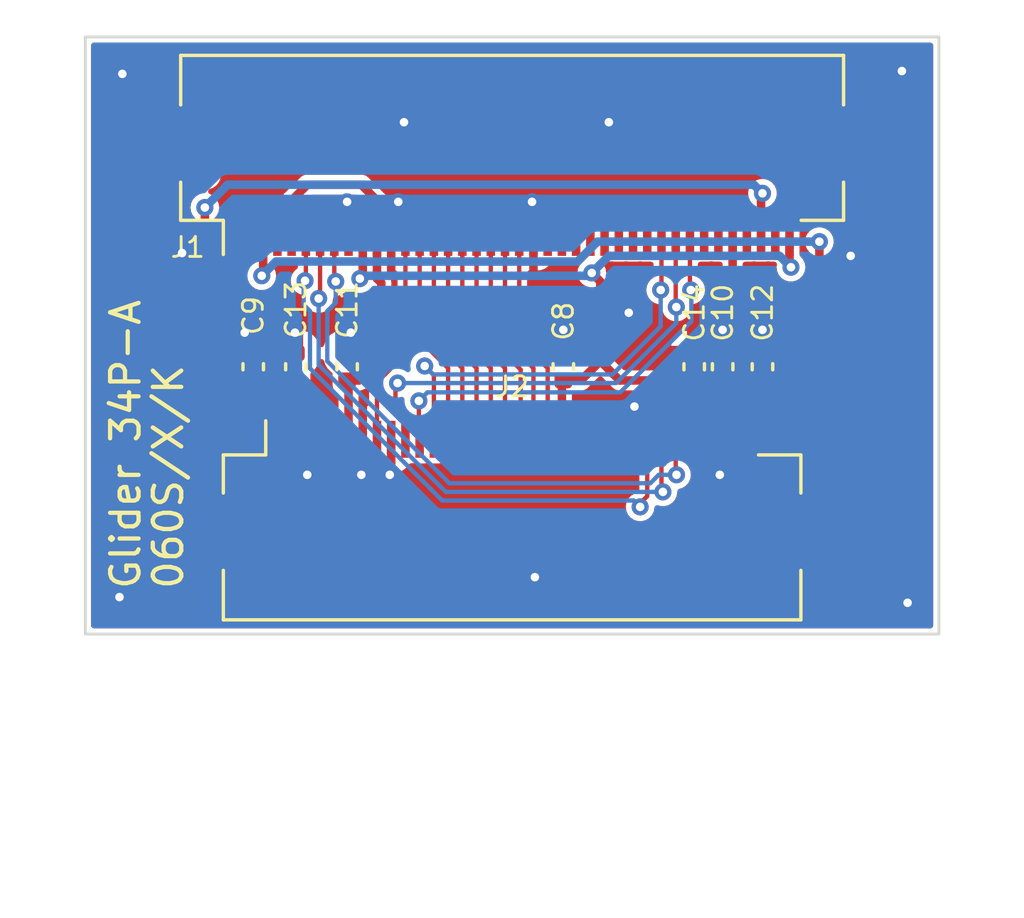
<source format=kicad_pcb>
(kicad_pcb (version 20240108) (generator "pcbnew") (generator_version "8.0")
  (layers (0 "F.Cu" signal) (31 "B.Cu" signal) (34 "B.Paste" user) (35 "F.Paste" user) (36 "B.SilkS" user "B.Silkscreen") (37 "F.SilkS" user "F.Silkscreen") (38 "B.Mask" user) (39 "F.Mask" user) (44 "Edge.Cuts" user))
  (net 0 "")
  (net 1 "VGL")
  (net 2 "GND")
  (net 3 "VGH")
  (net 4 "VCOM")
  (net 5 "VPOS")
  (net 6 "VNEG")
  (net 7 "+3V3")
  (net 21 "/GDOE")
  (net 22 "/GDCLK")
  (net 23 "/GDSP")
  (net 24 "/ESDCLK")
  (net 25 "/ED0")
  (net 26 "/ED8")
  (net 27 "/ED1")
  (net 28 "/ED9")
  (net 29 "/ED2")
  (net 30 "/ED10")
  (net 31 "/ED3")
  (net 32 "/ED11")
  (net 33 "/ED4")
  (net 34 "/ED12")
  (net 35 "/ED5")
  (net 36 "/ED13")
  (net 37 "/ED6")
  (net 38 "/ED14")
  (net 39 "/ED7")
  (net 40 "/ED15")
  (net 41 "/SDCE0")
  (net 42 "/ESDLE")
  (net 43 "/ESDOE")
  (footprint "Capacitor_SMD:C_0402_1005Metric" (layer "F.Cu") (at 167.8 84.6 90)
    (property "Reference" "C8" (at 1.6 0 90) (layer "F.SilkS") (effects (font (size 0.7 0.7) (thickness 0.1))))
    (property "Value" "220nF")
    (fp_line (start -0.107836 -0.36) (end 0.107836 -0.36) (stroke (width 0.12)) (layer "F.SilkS"))
    (fp_line (start -0.107836 0.36) (end 0.107836 0.36) (stroke (width 0.12)) (layer "F.SilkS"))
    (pad "1" smd roundrect (at -0.48 0 90) (size 0.56 0.62) (layers "F.Cu" "F.Paste" "F.Mask") (net 4 "VCOM"))
    (pad "2" smd roundrect (at 0.48 0 90) (size 0.56 0.62) (layers "F.Cu" "F.Paste" "F.Mask") (net 2 "GND"))
  )
  (footprint "Capacitor_SMD:C_0402_1005Metric" (layer "F.Cu") (at 172.4 84.6 90)
    (property "Reference" "C14" (at 1.9 0 90) (layer "F.SilkS") (effects (font (size 0.7 0.7) (thickness 0.1))))
    (property "Value" "220nF")
    (fp_line (start -0.107836 -0.36) (end 0.107836 -0.36) (stroke (width 0.12)) (layer "F.SilkS"))
    (fp_line (start -0.107836 0.36) (end 0.107836 0.36) (stroke (width 0.12)) (layer "F.SilkS"))
    (pad "1" smd roundrect (at -0.48 0 90) (size 0.56 0.62) (layers "F.Cu" "F.Paste" "F.Mask") (net 4 "VCOM"))
    (pad "2" smd roundrect (at 0.48 0 90) (size 0.56 0.62) (layers "F.Cu" "F.Paste" "F.Mask") (net 2 "GND"))
  )
  (footprint "Capacitor_SMD:C_0402_1005Metric" (layer "F.Cu") (at 156.9 84.6 90)
    (property "Reference" "C9" (at 1.8 0 90) (layer "F.SilkS") (effects (font (size 0.7 0.7) (thickness 0.1))))
    (property "Value" "220nF")
    (fp_line (start -0.107836 -0.36) (end 0.107836 -0.36) (stroke (width 0.12)) (layer "F.SilkS"))
    (fp_line (start -0.107836 0.36) (end 0.107836 0.36) (stroke (width 0.12)) (layer "F.SilkS"))
    (pad "1" smd roundrect (at -0.48 0 90) (size 0.56 0.62) (layers "F.Cu" "F.Paste" "F.Mask") (net 6 "VNEG"))
    (pad "2" smd roundrect (at 0.48 0 90) (size 0.56 0.62) (layers "F.Cu" "F.Paste" "F.Mask") (net 2 "GND"))
  )
  (footprint "Connector_FFC-FPC:Hirose_FH12-34S-0.5SH_1x34-1MP_P0.50mm_Horizontal" (layer "F.Cu") (at 166 89)
    (property "Reference" "J2" (at 0 -3.7 0) (layer "F.SilkS") (effects (font (size 0.7 0.7) (thickness 0.1))))
    (property "Value" "FH34S-34S-0.5SH(50)")
    (fp_line (start -10.15 -1.3) (end -10.15 0.04) (stroke (width 0.12)) (layer "F.SilkS"))
    (fp_line (start -10.15 2.76) (end -10.15 4.5) (stroke (width 0.12)) (layer "F.SilkS"))
    (fp_line (start -10.15 4.5) (end 10.15 4.5) (stroke (width 0.12)) (layer "F.SilkS"))
    (fp_line (start -8.66 -1.3) (end -10.15 -1.3) (stroke (width 0.12)) (layer "F.SilkS"))
    (fp_line (start -8.66 -1.3) (end -8.66 -2.5) (stroke (width 0.12)) (layer "F.SilkS"))
    (fp_line (start 8.66 -1.3) (end 10.15 -1.3) (stroke (width 0.12)) (layer "F.SilkS"))
    (fp_line (start 10.15 -1.3) (end 10.15 0.04) (stroke (width 0.12)) (layer "F.SilkS"))
    (fp_line (start 10.15 4.5) (end 10.15 2.76) (stroke (width 0.12)) (layer "F.SilkS"))
    (pad "1" smd rect (at -8.25 -1.85) (size 0.3 1.3) (layers "F.Cu" "F.Paste" "F.Mask") (net 6 "VNEG"))
    (pad "2" smd rect (at -7.75 -1.85) (size 0.3 1.3) (layers "F.Cu" "F.Paste" "F.Mask") (net 1 "VGL"))
    (pad "3" smd rect (at -7.25 -1.85) (size 0.3 1.3) (layers "F.Cu" "F.Paste" "F.Mask") (net 2 "GND"))
    (pad "4" smd rect (at -6.75 -1.85) (size 0.3 1.3) (layers "F.Cu" "F.Paste" "F.Mask"))
    (pad "5" smd rect (at -6.25 -1.85) (size 0.3 1.3) (layers "F.Cu" "F.Paste" "F.Mask"))
    (pad "6" smd rect (at -5.75 -1.85) (size 0.3 1.3) (layers "F.Cu" "F.Paste" "F.Mask") (net 7 "+3V3"))
    (pad "7" smd rect (at -5.25 -1.85) (size 0.3 1.3) (layers "F.Cu" "F.Paste" "F.Mask") (net 2 "GND"))
    (pad "8" smd rect (at -4.75 -1.85) (size 0.3 1.3) (layers "F.Cu" "F.Paste" "F.Mask") (net 24 "/ESDCLK"))
    (pad "9" smd rect (at -4.25 -1.85) (size 0.3 1.3) (layers "F.Cu" "F.Paste" "F.Mask") (net 2 "GND"))
    (pad "10" smd rect (at -3.75 -1.85) (size 0.3 1.3) (layers "F.Cu" "F.Paste" "F.Mask") (net 42 "/ESDLE"))
    (pad "11" smd rect (at -3.25 -1.85) (size 0.3 1.3) (layers "F.Cu" "F.Paste" "F.Mask") (net 43 "/ESDOE"))
    (pad "12" smd rect (at -2.75 -1.85) (size 0.3 1.3) (layers "F.Cu" "F.Paste" "F.Mask") (net 41 "/SDCE0"))
    (pad "13" smd rect (at -2.25 -1.85) (size 0.3 1.3) (layers "F.Cu" "F.Paste" "F.Mask") (net 25 "/ED0"))
    (pad "14" smd rect (at -1.75 -1.85) (size 0.3 1.3) (layers "F.Cu" "F.Paste" "F.Mask") (net 27 "/ED1"))
    (pad "15" smd rect (at -1.25 -1.85) (size 0.3 1.3) (layers "F.Cu" "F.Paste" "F.Mask") (net 29 "/ED2"))
    (pad "16" smd rect (at -0.75 -1.85) (size 0.3 1.3) (layers "F.Cu" "F.Paste" "F.Mask") (net 31 "/ED3"))
    (pad "17" smd rect (at -0.25 -1.85) (size 0.3 1.3) (layers "F.Cu" "F.Paste" "F.Mask") (net 33 "/ED4"))
    (pad "18" smd rect (at 0.25 -1.85) (size 0.3 1.3) (layers "F.Cu" "F.Paste" "F.Mask") (net 35 "/ED5"))
    (pad "19" smd rect (at 0.75 -1.85) (size 0.3 1.3) (layers "F.Cu" "F.Paste" "F.Mask") (net 37 "/ED6"))
    (pad "20" smd rect (at 1.25 -1.85) (size 0.3 1.3) (layers "F.Cu" "F.Paste" "F.Mask") (net 39 "/ED7"))
    (pad "21" smd rect (at 1.75 -1.85) (size 0.3 1.3) (layers "F.Cu" "F.Paste" "F.Mask") (net 4 "VCOM"))
    (pad "22" smd rect (at 2.25 -1.85) (size 0.3 1.3) (layers "F.Cu" "F.Paste" "F.Mask"))
    (pad "23" smd rect (at 2.75 -1.85) (size 0.3 1.3) (layers "F.Cu" "F.Paste" "F.Mask"))
    (pad "24" smd rect (at 3.25 -1.85) (size 0.3 1.3) (layers "F.Cu" "F.Paste" "F.Mask"))
    (pad "25" smd rect (at 3.75 -1.85) (size 0.3 1.3) (layers "F.Cu" "F.Paste" "F.Mask"))
    (pad "26" smd rect (at 4.25 -1.85) (size 0.3 1.3) (layers "F.Cu" "F.Paste" "F.Mask") (net 2 "GND"))
    (pad "27" smd rect (at 4.75 -1.85) (size 0.3 1.3) (layers "F.Cu" "F.Paste" "F.Mask") (net 21 "/GDOE"))
    (pad "28" smd rect (at 5.25 -1.85) (size 0.3 1.3) (layers "F.Cu" "F.Paste" "F.Mask") (net 22 "/GDCLK"))
    (pad "29" smd rect (at 5.75 -1.85) (size 0.3 1.3) (layers "F.Cu" "F.Paste" "F.Mask") (net 23 "/GDSP"))
    (pad "30" smd rect (at 6.25 -1.85) (size 0.3 1.3) (layers "F.Cu" "F.Paste" "F.Mask"))
    (pad "31" smd rect (at 6.75 -1.85) (size 0.3 1.3) (layers "F.Cu" "F.Paste" "F.Mask") (net 4 "VCOM"))
    (pad "32" smd rect (at 7.25 -1.85) (size 0.3 1.3) (layers "F.Cu" "F.Paste" "F.Mask") (net 2 "GND"))
    (pad "33" smd rect (at 7.75 -1.85) (size 0.3 1.3) (layers "F.Cu" "F.Paste" "F.Mask") (net 5 "VPOS"))
    (pad "34" smd rect (at 8.25 -1.85) (size 0.3 1.3) (layers "F.Cu" "F.Paste" "F.Mask") (net 3 "VGH"))
    (pad "MP" smd rect (at -10.15 1.4) (size 1.8 2.2) (layers "F.Cu" "F.Paste" "F.Mask") (net 2 "GND"))
    (pad "MP" smd rect (at 10.15 1.4) (size 1.8 2.2) (layers "F.Cu" "F.Paste" "F.Mask") (net 2 "GND"))
  )
  (footprint "footprints:Hirose_FH12-40S-0.5SH_1x40-1MP_P0.50mm_Horizontal_Reversed" (layer "F.Cu") (at 166 78.15 180)
    (property "Reference" "J1" (at 11.4 -2.25 0) (layer "F.SilkS") (effects (font (size 0.7 0.7) (thickness 0.1))))
    (property "Value" "FH12-40S-0.5SH")
    (fp_line (start 11.65 4.5) (end 11.65 2.76) (stroke (width 0.12)) (layer "F.SilkS"))
    (fp_line (start 11.65 -1.3) (end 11.65 0.04) (stroke (width 0.12)) (layer "F.SilkS"))
    (fp_line (start 10.16 -1.3) (end 11.65 -1.3) (stroke (width 0.12)) (layer "F.SilkS"))
    (fp_line (start 10.15 -1.3) (end 10.15 -2.5) (stroke (width 0.12)) (layer "F.SilkS"))
    (fp_line (start -10.16 -1.3) (end -11.65 -1.3) (stroke (width 0.12)) (layer "F.SilkS"))
    (fp_line (start -11.65 4.5) (end 11.65 4.5) (stroke (width 0.12)) (layer "F.SilkS"))
    (fp_line (start -11.65 2.76) (end -11.65 4.5) (stroke (width 0.12)) (layer "F.SilkS"))
    (fp_line (start -11.65 -1.3) (end -11.65 0.04) (stroke (width 0.12)) (layer "F.SilkS"))
    (pad "1" smd rect (at 9.75 -1.9) (size 0.3 1.3) (layers "F.Cu" "F.Paste" "F.Mask") (net 1 "VGL"))
    (pad "2" smd rect (at 9.25 -1.9) (size 0.3 1.3) (layers "F.Cu" "F.Paste" "F.Mask"))
    (pad "3" smd rect (at 8.75 -1.9) (size 0.3 1.3) (layers "F.Cu" "F.Paste" "F.Mask") (net 3 "VGH"))
    (pad "4" smd rect (at 8.25 -1.9) (size 0.3 1.3) (layers "F.Cu" "F.Paste" "F.Mask"))
    (pad "5" smd rect (at 7.75 -1.9) (size 0.3 1.3) (layers "F.Cu" "F.Paste" "F.Mask") (net 7 "+3V3"))
    (pad "6" smd rect (at 7.25 -1.9) (size 0.3 1.3) (layers "F.Cu" "F.Paste" "F.Mask") (net 21 "/GDOE"))
    (pad "7" smd rect (at 6.75 -1.9) (size 0.3 1.3) (layers "F.Cu" "F.Paste" "F.Mask") (net 22 "/GDCLK"))
    (pad "8" smd rect (at 6.25 -1.9) (size 0.3 1.3) (layers "F.Cu" "F.Paste" "F.Mask") (net 23 "/GDSP"))
    (pad "9" smd rect (at 5.75 -1.9) (size 0.3 1.3) (layers "F.Cu" "F.Paste" "F.Mask") (net 2 "GND"))
    (pad "10" smd rect (at 5.25 -1.9) (size 0.3 1.3) (layers "F.Cu" "F.Paste" "F.Mask") (net 4 "VCOM"))
    (pad "11" smd rect (at 4.75 -1.9) (size 0.3 1.3) (layers "F.Cu" "F.Paste" "F.Mask") (net 7 "+3V3"))
    (pad "12" smd rect (at 4.25 -1.9) (size 0.3 1.3) (layers "F.Cu" "F.Paste" "F.Mask") (net 2 "GND"))
    (pad "13" smd rect (at 3.75 -1.9) (size 0.3 1.3) (layers "F.Cu" "F.Paste" "F.Mask") (net 24 "/ESDCLK"))
    (pad "14" smd rect (at 3.25 -1.9) (size 0.3 1.3) (layers "F.Cu" "F.Paste" "F.Mask") (net 25 "/ED0"))
    (pad "15" smd rect (at 2.75 -1.9) (size 0.3 1.3) (layers "F.Cu" "F.Paste" "F.Mask") (net 27 "/ED1"))
    (pad "16" smd rect (at 2.25 -1.9) (size 0.3 1.3) (layers "F.Cu" "F.Paste" "F.Mask") (net 29 "/ED2"))
    (pad "17" smd rect (at 1.75 -1.9) (size 0.3 1.3) (layers "F.Cu" "F.Paste" "F.Mask") (net 31 "/ED3"))
    (pad "18" smd rect (at 1.25 -1.9) (size 0.3 1.3) (layers "F.Cu" "F.Paste" "F.Mask") (net 33 "/ED4"))
    (pad "19" smd rect (at 0.75 -1.9) (size 0.3 1.3) (layers "F.Cu" "F.Paste" "F.Mask") (net 35 "/ED5"))
    (pad "20" smd rect (at 0.25 -1.9) (size 0.3 1.3) (layers "F.Cu" "F.Paste" "F.Mask") (net 37 "/ED6"))
    (pad "21" smd rect (at -0.25 -1.9) (size 0.3 1.3) (layers "F.Cu" "F.Paste" "F.Mask") (net 39 "/ED7"))
    (pad "22" smd rect (at -0.75 -1.9) (size 0.3 1.3) (layers "F.Cu" "F.Paste" "F.Mask") (net 2 "GND"))
    (pad "23" smd rect (at -1.25 -1.9) (size 0.3 1.3) (layers "F.Cu" "F.Paste" "F.Mask") (net 26 "/ED8"))
    (pad "24" smd rect (at -1.75 -1.9) (size 0.3 1.3) (layers "F.Cu" "F.Paste" "F.Mask") (net 28 "/ED9"))
    (pad "25" smd rect (at -2.25 -1.9) (size 0.3 1.3) (layers "F.Cu" "F.Paste" "F.Mask") (net 30 "/ED10"))
    (pad "26" smd rect (at -2.75 -1.9) (size 0.3 1.3) (layers "F.Cu" "F.Paste" "F.Mask") (net 32 "/ED11"))
    (pad "27" smd rect (at -3.25 -1.9) (size 0.3 1.3) (layers "F.Cu" "F.Paste" "F.Mask") (net 34 "/ED12"))
    (pad "28" smd rect (at -3.75 -1.9) (size 0.3 1.3) (layers "F.Cu" "F.Paste" "F.Mask") (net 36 "/ED13"))
    (pad "29" smd rect (at -4.25 -1.9) (size 0.3 1.3) (layers "F.Cu" "F.Paste" "F.Mask") (net 38 "/ED14"))
    (pad "30" smd rect (at -4.75 -1.9) (size 0.3 1.3) (layers "F.Cu" "F.Paste" "F.Mask") (net 40 "/ED15"))
    (pad "31" smd rect (at -5.25 -1.9) (size 0.3 1.3) (layers "F.Cu" "F.Paste" "F.Mask") (net 41 "/SDCE0"))
    (pad "32" smd rect (at -5.75 -1.9) (size 0.3 1.3) (layers "F.Cu" "F.Paste" "F.Mask") (net 42 "/ESDLE"))
    (pad "33" smd rect (at -6.25 -1.9) (size 0.3 1.3) (layers "F.Cu" "F.Paste" "F.Mask") (net 43 "/ESDOE"))
    (pad "34" smd rect (at -6.75 -1.9) (size 0.3 1.3) (layers "F.Cu" "F.Paste" "F.Mask"))
    (pad "35" smd rect (at -7.25 -1.9) (size 0.3 1.3) (layers "F.Cu" "F.Paste" "F.Mask"))
    (pad "36" smd rect (at -7.75 -1.9) (size 0.3 1.3) (layers "F.Cu" "F.Paste" "F.Mask") (net 5 "VPOS"))
    (pad "37" smd rect (at -8.25 -1.9) (size 0.3 1.3) (layers "F.Cu" "F.Paste" "F.Mask"))
    (pad "38" smd rect (at -8.75 -1.9) (size 0.3 1.3) (layers "F.Cu" "F.Paste" "F.Mask") (net 6 "VNEG"))
    (pad "39" smd rect (at -9.25 -1.9) (size 0.3 1.3) (layers "F.Cu" "F.Paste" "F.Mask"))
    (pad "40" smd rect (at -9.75 -1.9) (size 0.3 1.3) (layers "F.Cu" "F.Paste" "F.Mask") (net 4 "VCOM"))
    (pad "MP" smd rect (at -11.65 1.4 180) (size 1.8 2.2) (layers "F.Cu" "F.Paste" "F.Mask") (net 2 "GND"))
    (pad "MP" smd rect (at 11.65 1.4 180) (size 1.8 2.2) (layers "F.Cu" "F.Paste" "F.Mask") (net 2 "GND"))
  )
  (footprint "Capacitor_SMD:C_0402_1005Metric" (layer "F.Cu") (at 158.4 84.6 90)
    (property "Reference" "C13" (at 2 0 90) (layer "F.SilkS") (effects (font (size 0.7 0.7) (thickness 0.1))))
    (property "Value" "220nF")
    (fp_line (start -0.107836 -0.36) (end 0.107836 -0.36) (stroke (width 0.12)) (layer "F.SilkS"))
    (fp_line (start -0.107836 0.36) (end 0.107836 0.36) (stroke (width 0.12)) (layer "F.SilkS"))
    (pad "1" smd roundrect (at -0.48 0 90) (size 0.56 0.62) (layers "F.Cu" "F.Paste" "F.Mask") (net 1 "VGL"))
    (pad "2" smd roundrect (at 0.48 0 90) (size 0.56 0.62) (layers "F.Cu" "F.Paste" "F.Mask") (net 2 "GND"))
  )
  (footprint "Capacitor_SMD:C_0402_1005Metric" (layer "F.Cu") (at 174.8 84.6 90)
    (property "Reference" "C12" (at 1.9 0 90) (layer "F.SilkS") (effects (font (size 0.7 0.7) (thickness 0.1))))
    (property "Value" "220nF")
    (fp_line (start -0.107836 -0.36) (end 0.107836 -0.36) (stroke (width 0.12)) (layer "F.SilkS"))
    (fp_line (start -0.107836 0.36) (end 0.107836 0.36) (stroke (width 0.12)) (layer "F.SilkS"))
    (pad "1" smd roundrect (at -0.48 0 90) (size 0.56 0.62) (layers "F.Cu" "F.Paste" "F.Mask") (net 3 "VGH"))
    (pad "2" smd roundrect (at 0.48 0 90) (size 0.56 0.62) (layers "F.Cu" "F.Paste" "F.Mask") (net 2 "GND"))
  )
  (footprint "Capacitor_SMD:C_0402_1005Metric" (layer "F.Cu") (at 160.2 84.6 90)
    (property "Reference" "C11" (at 2 0 90) (layer "F.SilkS") (effects (font (size 0.7 0.7) (thickness 0.1))))
    (property "Value" "220nF")
    (fp_line (start -0.107836 -0.36) (end 0.107836 -0.36) (stroke (width 0.12)) (layer "F.SilkS"))
    (fp_line (start -0.107836 0.36) (end 0.107836 0.36) (stroke (width 0.12)) (layer "F.SilkS"))
    (pad "1" smd roundrect (at -0.48 0 90) (size 0.56 0.62) (layers "F.Cu" "F.Paste" "F.Mask") (net 7 "+3V3"))
    (pad "2" smd roundrect (at 0.48 0 90) (size 0.56 0.62) (layers "F.Cu" "F.Paste" "F.Mask") (net 2 "GND"))
  )
  (footprint "Capacitor_SMD:C_0402_1005Metric" (layer "F.Cu") (at 173.4 84.6 90)
    (property "Reference" "C10" (at 1.9 0 90) (layer "F.SilkS") (effects (font (size 0.7 0.7) (thickness 0.1))))
    (property "Value" "220nF")
    (fp_line (start -0.107836 -0.36) (end 0.107836 -0.36) (stroke (width 0.12)) (layer "F.SilkS"))
    (fp_line (start -0.107836 0.36) (end 0.107836 0.36) (stroke (width 0.12)) (layer "F.SilkS"))
    (pad "1" smd roundrect (at -0.48 0 90) (size 0.56 0.62) (layers "F.Cu" "F.Paste" "F.Mask") (net 5 "VPOS"))
    (pad "2" smd roundrect (at 0.48 0 90) (size 0.56 0.62) (layers "F.Cu" "F.Paste" "F.Mask") (net 2 "GND"))
  )
  (gr_rect (start 151 73) (end 181 94) (stroke (width 0.1)) (fill none) (layer "Edge.Cuts"))
  (gr_text "060S/X/K" (at 154.5 92.5 90) (layer "F.SilkS") (effects (font (size 1 1)) (justify left bottom)))
  (gr_text "Glider 34P-A" (at 153 92.5 90) (layer "F.SilkS") (effects (font (size 1 1)) (justify left bottom)))
  (segment (start 158.25 85.23) (end 158.4 85.08) (width 0.3) (layer "F.Cu") (net 1))
  (segment (start 158.18 85.08) (end 158.4 85.08) (width 0.3) (layer "F.Cu") (net 1))
  (segment (start 156.25 82.05) (end 157.7 83.5) (width 0.3) (layer "F.Cu") (net 1))
  (segment (start 157.7 83.5) (end 157.7 84.6) (width 0.3) (layer "F.Cu") (net 1))
  (segment (start 157.7 84.6) (end 158.18 85.08) (width 0.3) (layer "F.Cu") (net 1))
  (segment (start 158.25 87.15) (end 158.25 85.23) (width 0.3) (layer "F.Cu") (net 1))
  (segment (start 156.25 80.05) (end 156.25 82.05) (width 0.3) (layer "F.Cu") (net 1))
  (segment (start 160.75 87.15) (end 160.75 88.35) (width 0.3) (layer "F.Cu") (net 2))
  (segment (start 173.4 84.12) (end 173.4 83.3019) (width 0.3) (layer "F.Cu") (net 2))
  (segment (start 160.25 78.85) (end 160.25 80.05) (width 0.3) (layer "F.Cu") (net 2))
  (segment (start 156.9 84.12) (end 156.9 83.7) (width 0.3) (layer "F.Cu") (net 2))
  (segment (start 158.75 87.15) (end 158.75 88.35) (width 0.3) (layer "F.Cu") (net 2))
  (segment (start 158.4 83.43242) (end 158.4 84.12) (width 0.3) (layer "F.Cu") (net 2))
  (segment (start 158.75 88.35) (end 158.8 88.4) (width 0.3) (layer "F.Cu") (net 2))
  (segment (start 160.75 88.35) (end 160.7 88.4) (width 0.3) (layer "F.Cu") (net 2))
  (segment (start 158.36758 83.4) (end 158.4 83.43242) (width 0.3) (layer "F.Cu") (net 2))
  (segment (start 170.25 86.05) (end 170.3 86) (width 0.3) (layer "F.Cu") (net 2))
  (segment (start 173.4 83.3019) (end 173.3981 83.3) (width 0.3) (layer "F.Cu") (net 2))
  (segment (start 173.25 88.35) (end 173.3 88.4) (width 0.3) (layer "F.Cu") (net 2))
  (segment (start 166.75 80.05) (end 166.75 78.85) (width 0.3) (layer "F.Cu") (net 2))
  (segment (start 161.75 88.35) (end 161.7 88.4) (width 0.3) (layer "F.Cu") (net 2))
  (segment (start 166.75 78.85) (end 166.7 78.8) (width 0.3) (layer "F.Cu") (net 2))
  (segment (start 173.25 87.15) (end 173.25 88.35) (width 0.3) (layer "F.Cu") (net 2))
  (segment (start 172.4 84.12) (end 173.4 84.12) (width 0.3) (layer "F.Cu") (net 2))
  (segment (start 161.75 79.05) (end 161.75 80.05) (width 0.3) (layer "F.Cu") (net 2))
  (segment (start 167.8 84.12) (end 167.8 83.3) (width 0.3) (layer "F.Cu") (net 2))
  (segment (start 162 78.8) (end 161.75 79.05) (width 0.3) (layer "F.Cu") (net 2))
  (segment (start 160.3281 83.4) (end 160.2 83.5281) (width 0.3) (layer "F.Cu") (net 2))
  (segment (start 156.9 83.7) (end 156.6 83.4) (width 0.3) (layer "F.Cu") (net 2))
  (segment (start 161.75 87.15) (end 161.75 88.35) (width 0.3) (layer "F.Cu") (net 2))
  (segment (start 160.2 78.8) (end 160.25 78.85) (width 0.3) (layer "F.Cu") (net 2))
  (segment (start 160.2 83.5281) (end 160.2 84.12) (width 0.3) (layer "F.Cu") (net 2))
  (segment (start 170.25 87.15) (end 170.25 86.05) (width 0.3) (layer "F.Cu") (net 2))
  (segment (start 174.8 84.12) (end 174.8 83.3) (width 0.3) (layer "F.Cu") (net 2))
  (via (at 160.7 88.4) (size 0.6) (drill 0.3) (layers "F.Cu" "B.Cu") (net 2))
  (via (at 162 78.8) (size 0.6) (drill 0.3) (layers "F.Cu" "B.Cu") (net 2))
  (via (at 173.3981 83.3) (size 0.6) (drill 0.3) (layers "F.Cu" "B.Cu") (net 2))
  (via (at 152.2 92.7) (size 0.6) (drill 0.3) (layers "F.Cu" "B.Cu") (net 2))
  (via (at 169.4 76) (size 0.6) (drill 0.3) (layers "F.Cu" "B.Cu") (net 2))
  (via (at 170.3 86) (size 0.6) (drill 0.3) (layers "F.Cu" "B.Cu") (net 2))
  (via (at 167.8 83.3) (size 0.6) (drill 0.3) (layers "F.Cu" "B.Cu") (net 2))
  (via (at 158.8 88.4) (size 0.6) (drill 0.3) (layers "F.Cu" "B.Cu") (net 2))
  (via (at 173.3 88.4) (size 0.6) (drill 0.3) (layers "F.Cu" "B.Cu") (net 2))
  (via (at 162.2 76) (size 0.6) (drill 0.3) (layers "F.Cu" "B.Cu") (net 2))
  (via (at 166.8 92) (size 0.6) (drill 0.3) (layers "F.Cu" "B.Cu") (net 2))
  (via (at 179.9 92.9) (size 0.6) (drill 0.3) (layers "F.Cu" "B.Cu") (net 2))
  (via (at 152.3 74.3) (size 0.6) (drill 0.3) (layers "F.Cu" "B.Cu") (net 2))
  (via (at 174.8 83.3) (size 0.6) (drill 0.3) (layers "F.Cu" "B.Cu") (net 2))
  (via (at 170.1 82.7) (size 0.6) (drill 0.3) (layers "F.Cu" "B.Cu") (net 2))
  (via (at 166.7 78.8) (size 0.6) (drill 0.3) (layers "F.Cu" "B.Cu") (net 2))
  (via (at 161.7 88.4) (size 0.6) (drill 0.3) (layers "F.Cu" "B.Cu") (net 2))
  (via (at 154.4 80.6) (size 0.6) (drill 0.3) (layers "F.Cu" "B.Cu") (net 2))
  (via (at 158.36758 83.4) (size 0.6) (drill 0.3) (layers "F.Cu" "B.Cu") (net 2))
  (via (at 160.3281 83.4) (size 0.6) (drill 0.3) (layers "F.Cu" "B.Cu") (net 2))
  (via (at 177.9 80.7) (size 0.6) (drill 0.3) (layers "F.Cu" "B.Cu") (net 2))
  (via (at 156.6 83.4) (size 0.6) (drill 0.3) (layers "F.Cu" "B.Cu") (net 2))
  (via (at 160.2 78.8) (size 0.6) (drill 0.3) (layers "F.Cu" "B.Cu") (net 2))
  (via (at 179.7 74.2) (size 0.6) (drill 0.3) (layers "F.Cu" "B.Cu") (net 2))
  (segment (start 157.25 80.05) (end 157.25 81.35) (width 0.3) (layer "F.Cu") (net 3))
  (segment (start 176.8 84) (end 175.72 85.08) (width 0.3) (layer "F.Cu") (net 3))
  (segment (start 175.72 85.08) (end 174.8 85.08) (width 0.3) (layer "F.Cu") (net 3))
  (segment (start 174.25 85.95) (end 174.8 85.4) (width 0.3) (layer "F.Cu") (net 3))
  (segment (start 174.25 87.15) (end 174.25 85.95) (width 0.3) (layer "F.Cu") (net 3))
  (segment (start 174.8 85.4) (end 174.8 85.08) (width 0.3) (layer "F.Cu") (net 3))
  (segment (start 176.8 80.2) (end 176.8 84) (width 0.3) (layer "F.Cu") (net 3))
  (segment (start 157.25 81.35) (end 157.2 81.4) (width 0.3) (layer "F.Cu") (net 3))
  (via (at 157.2 81.4) (size 0.6) (drill 0.3) (layers "F.Cu" "B.Cu") (net 3))
  (via (at 176.8 80.2) (size 0.6) (drill 0.3) (layers "F.Cu" "B.Cu") (net 3))
  (segment (start 160.899217 80.9) (end 168.3 80.9) (width 0.3) (layer "B.Cu") (net 3))
  (segment (start 157.701795 80.898205) (end 160.897422 80.898205) (width 0.3) (layer "B.Cu") (net 3))
  (segment (start 157.2 81.4) (end 157.701795 80.898205) (width 0.3) (layer "B.Cu") (net 3))
  (segment (start 169 80.2) (end 176.8 80.2) (width 0.3) (layer "B.Cu") (net 3))
  (segment (start 160.897422 80.898205) (end 160.899217 80.9) (width 0.3) (layer "B.Cu") (net 3))
  (segment (start 168.3 80.9) (end 169 80.2) (width 0.3) (layer "B.Cu") (net 3))
  (segment (start 175.75 81.05) (end 175.75 80.05) (width 0.3) (layer "F.Cu") (net 4))
  (segment (start 167.75 85.13) (end 167.8 85.08) (width 0.3) (layer "F.Cu") (net 4))
  (segment (start 160.75 81.398217) (end 160.75 80.05) (width 0.3) (layer "F.Cu") (net 4))
  (segment (start 169.1 84.4) (end 169.78 85.08) (width 0.3) (layer "F.Cu") (net 4))
  (segment (start 160.648101 81.500116) (end 160.75 81.398217) (width 0.3) (layer "F.Cu") (net 4))
  (segment (start 168.8 81.3) (end 169.1 81.6) (width 0.3) (layer "F.Cu") (net 4))
  (segment (start 172.75 86.15) (end 172.4 85.8) (width 0.3) (layer "F.Cu") (net 4))
  (segment (start 167.75 87.15) (end 167.75 85.13) (width 0.3) (layer "F.Cu") (net 4))
  (segment (start 168.42 85.08) (end 167.8 85.08) (width 0.3) (layer "F.Cu") (net 4))
  (segment (start 169.1 81.6) (end 169.1 84.4) (width 0.3) (layer "F.Cu") (net 4))
  (segment (start 172.75 87.15) (end 172.75 86.15) (width 0.3) (layer "F.Cu") (net 4))
  (segment (start 169.78 85.08) (end 172.4 85.08) (width 0.3) (layer "F.Cu") (net 4))
  (segment (start 172.4 85.8) (end 172.4 85.08) (width 0.3) (layer "F.Cu") (net 4))
  (segment (start 169.1 84.4) (end 168.42 85.08) (width 0.3) (layer "F.Cu") (net 4))
  (segment (start 175.8 81.1) (end 175.75 81.05) (width 0.3) (layer "F.Cu") (net 4))
  (via (at 175.8 81.1) (size 0.6) (drill 0.3) (layers "F.Cu" "B.Cu") (net 4))
  (via (at 160.648101 81.500116) (size 0.6) (drill 0.3) (layers "F.Cu" "B.Cu") (net 4))
  (via (at 168.8 81.3) (size 0.6) (drill 0.3) (layers "F.Cu" "B.Cu") (net 4))
  (segment (start 175.4 80.7) (end 175.8 81.1) (width 0.3) (layer "B.Cu") (net 4))
  (segment (start 160.748217 81.4) (end 168.7 81.4) (width 0.3) (layer "B.Cu") (net 4))
  (segment (start 169.4 80.7) (end 175.4 80.7) (width 0.3) (layer "B.Cu") (net 4))
  (segment (start 168.8 81.3) (end 169.4 80.7) (width 0.3) (layer "B.Cu") (net 4))
  (segment (start 160.648101 81.500116) (end 160.748217 81.4) (width 0.3) (layer "B.Cu") (net 4))
  (segment (start 168.7 81.4) (end 168.8 81.3) (width 0.3) (layer "B.Cu") (net 4))
  (segment (start 173.75 80.05) (end 173.75 81.65) (width 0.3) (layer "F.Cu") (net 5))
  (segment (start 173.4 85.08) (end 173.72 85.08) (width 0.3) (layer "F.Cu") (net 5))
  (segment (start 173.4 85.5) (end 173.4 85.08) (width 0.3) (layer "F.Cu") (net 5))
  (segment (start 174 81.9) (end 173.9 81.8) (width 0.3) (layer "F.Cu") (net 5))
  (segment (start 174 84.8) (end 174.01192 84.78808) (width 0.3) (layer "F.Cu") (net 5))
  (segment (start 174.01192 84.78808) (end 174.01192 83.81192) (width 0.3) (layer "F.Cu") (net 5))
  (segment (start 174 83.8) (end 174 82.1) (width 0.3) (layer "F.Cu") (net 5))
  (segment (start 174 82.1) (end 174 81.9) (width 0.3) (layer "F.Cu") (net 5))
  (segment (start 173.75 81.65) (end 173.9 81.8) (width 0.3) (layer "F.Cu") (net 5))
  (segment (start 173.75 85.85) (end 173.4 85.5) (width 0.3) (layer "F.Cu") (net 5))
  (segment (start 174.01192 83.81192) (end 174 83.8) (width 0.3) (layer "F.Cu") (net 5))
  (segment (start 173.72 85.08) (end 174 84.8) (width 0.3) (layer "F.Cu") (net 5))
  (segment (start 173.75 87.15) (end 173.75 85.85) (width 0.3) (layer "F.Cu") (net 5))
  (segment (start 174.75 78.55) (end 174.8 78.5) (width 0.3) (layer "F.Cu") (net 6))
  (segment (start 174.75 80.05) (end 174.75 78.55) (width 0.3) (layer "F.Cu") (net 6))
  (segment (start 157.75 85.93) (end 155.2 83.38) (width 0.3) (layer "F.Cu") (net 6))
  (segment (start 155.2 83.38) (end 155.2 79) (width 0.3) (layer "F.Cu") (net 6))
  (segment (start 157.75 87.15) (end 157.75 85.93) (width 0.3) (layer "F.Cu") (net 6))
  (via (at 155.2 79) (size 0.6) (drill 0.3) (layers "F.Cu" "B.Cu") (net 6))
  (via (at 174.8 78.5) (size 0.6) (drill 0.3) (layers "F.Cu" "B.Cu") (net 6))
  (segment (start 156.001911 78.198089) (end 155.2 79) (width 0.3) (layer "B.Cu") (net 6))
  (segment (start 174.498089 78.198089) (end 156.001911 78.198089) (width 0.3) (layer "B.Cu") (net 6))
  (segment (start 174.8 78.5) (end 174.498089 78.198089) (width 0.3) (layer "B.Cu") (net 6))
  (segment (start 160.62 85.08) (end 160.2 85.08) (width 0.3) (layer "F.Cu") (net 7))
  (segment (start 161.401911 81.650679) (end 161.401911 84.298089) (width 0.3) (layer "F.Cu") (net 7))
  (segment (start 161.401911 84.298089) (end 160.62 85.08) (width 0.3) (layer "F.Cu") (net 7))
  (segment (start 161.25 80.05) (end 161.25 78.75) (width 0.3) (layer "F.Cu") (net 7))
  (segment (start 158.25 78.75) (end 158.25 80.05) (width 0.3) (layer "F.Cu") (net 7))
  (segment (start 161.25 80.05) (end 161.25 81.498768) (width 0.3) (layer "F.Cu") (net 7))
  (segment (start 161.25 81.498768) (end 161.401911 81.650679) (width 0.3) (layer "F.Cu") (net 7))
  (segment (start 158.801911 78.198089) (end 158.25 78.75) (width 0.3) (layer "F.Cu") (net 7))
  (segment (start 160.698089 78.198089) (end 158.801911 78.198089) (width 0.3) (layer "F.Cu") (net 7))
  (segment (start 160.25 85.13) (end 160.2 85.08) (width 0.3) (layer "F.Cu") (net 7))
  (segment (start 161.25 78.75) (end 160.698089 78.198089) (width 0.3) (layer "F.Cu") (net 7))
  (segment (start 160.25 87.15) (end 160.25 85.13) (width 0.3) (layer "F.Cu") (net 7))
  (segment (start 170.5 89.5281) (end 170.5 89.4) (width 0.1524) (layer "F.Cu") (net 21))
  (segment (start 158.75 81.54628) (end 158.7219 81.57438) (width 0.1524) (layer "F.Cu") (net 21))
  (segment (start 170.5 89.4) (end 170.75 89.15) (width 0.1524) (layer "F.Cu") (net 21))
  (segment (start 170.75 89.15) (end 170.75 87.15) (width 0.1524) (layer "F.Cu") (net 21))
  (segment (start 158.75 80.05) (end 158.75 81.54628) (width 0.1524) (layer "F.Cu") (net 21))
  (via (at 158.7219 81.57438) (size 0.6) (drill 0.3) (layers "F.Cu" "B.Cu") (net 21))
  (via (at 170.5 89.5281) (size 0.6) (drill 0.3) (layers "F.Cu" "B.Cu") (net 21))
  (segment (start 158.671889 82.418752) (end 158.671889 81.624391) (width 0.1524) (layer "B.Cu") (net 21))
  (segment (start 163.543573 89.30432) (end 158.89568 84.656427) (width 0.1524) (layer "B.Cu") (net 21))
  (segment (start 170.27622 89.30432) (end 163.543573 89.30432) (width 0.1524) (layer "B.Cu") (net 21))
  (segment (start 170.5 89.5281) (end 170.27622 89.30432) (width 0.1524) (layer "B.Cu") (net 21))
  (segment (start 158.89568 84.656427) (end 158.89568 82.642543) (width 0.1524) (layer "B.Cu") (net 21))
  (segment (start 158.89568 82.642543) (end 158.671889 82.418752) (width 0.1524) (layer "B.Cu") (net 21))
  (segment (start 158.671889 81.624391) (end 158.7219 81.57438) (width 0.1524) (layer "B.Cu") (net 21))
  (segment (start 171.25 88.95) (end 171.25 87.15) (width 0.1524) (layer "F.Cu") (net 22))
  (segment (start 159.25 82.15) (end 159.2 82.2) (width 0.1524) (layer "F.Cu") (net 22))
  (segment (start 159.25 80.05) (end 159.25 82.15) (width 0.1524) (layer "F.Cu") (net 22))
  (segment (start 171.3 89) (end 171.25 88.95) (width 0.1524) (layer "F.Cu") (net 22))
  (via (at 171.3 89) (size 0.6) (drill 0.3) (layers "F.Cu" "B.Cu") (net 22))
  (via (at 159.2 82.2) (size 0.6) (drill 0.3) (layers "F.Cu" "B.Cu") (net 22))
  (segment (start 171.3 89) (end 163.669626 89) (width 0.1524) (layer "B.Cu") (net 22))
  (segment (start 163.669626 89) (end 159.2 84.530374) (width 0.1524) (layer "B.Cu") (net 22))
  (segment (start 159.2 84.530374) (end 159.2 82.2) (width 0.1524) (layer "B.Cu") (net 22))
  (segment (start 159.75 81.55) (end 159.8 81.6) (width 0.1524) (layer "F.Cu") (net 23))
  (segment (start 171.75 88.3719) (end 171.75 87.15) (width 0.1524) (layer "F.Cu") (net 23))
  (segment (start 171.7781 88.4) (end 171.75 88.3719) (width 0.1524) (layer "F.Cu") (net 23))
  (segment (start 159.75 80.05) (end 159.75 81.55) (width 0.1524) (layer "F.Cu") (net 23))
  (via (at 159.8 81.6) (size 0.6) (drill 0.3) (layers "F.Cu" "B.Cu") (net 23))
  (via (at 171.7781 88.4) (size 0.6) (drill 0.3) (layers "F.Cu" "B.Cu") (net 23))
  (segment (start 159.50432 82.642543) (end 159.50432 84.40432) (width 0.1524) (layer "B.Cu") (net 23))
  (segment (start 170.857457 88.69568) (end 171.153137 88.4) (width 0.1524) (layer "B.Cu") (net 23))
  (segment (start 159.8 82.346863) (end 159.50432 82.642543) (width 0.1524) (layer "B.Cu") (net 23))
  (segment (start 163.79568 88.69568) (end 170.857457 88.69568) (width 0.1524) (layer "B.Cu") (net 23))
  (segment (start 159.50432 84.40432) (end 163.79568 88.69568) (width 0.1524) (layer "B.Cu") (net 23))
  (segment (start 159.8 81.6) (end 159.8 82.346863) (width 0.1524) (layer "B.Cu") (net 23))
  (segment (start 171.153137 88.4) (end 171.7781 88.4) (width 0.1524) (layer "B.Cu") (net 23))
  (segment (start 161.25 85.15) (end 162.25 84.15) (width 0.1524) (layer "F.Cu") (net 24))
  (segment (start 161.25 87.15) (end 161.25 85.15) (width 0.1524) (layer "F.Cu") (net 24))
  (segment (start 162.25 84.15) (end 162.25 80.05) (width 0.1524) (layer "F.Cu") (net 24))
  (segment (start 163.75 87.15) (end 163.75 84.65) (width 0.1524) (layer "F.Cu") (net 25))
  (segment (start 162.75 83.65) (end 162.75 80.05) (width 0.1524) (layer "F.Cu") (net 25))
  (segment (start 163.75 84.65) (end 162.75 83.65) (width 0.1524) (layer "F.Cu") (net 25))
  (segment (start 163.25 83.65) (end 163.25 80.05) (width 0.1524) (layer "F.Cu") (net 27))
  (segment (start 164.25 84.65) (end 163.25 83.65) (width 0.1524) (layer "F.Cu") (net 27))
  (segment (start 164.25 87.15) (end 164.25 84.65) (width 0.1524) (layer "F.Cu") (net 27))
  (segment (start 164.75 84.65) (end 163.75 83.65) (width 0.1524) (layer "F.Cu") (net 29))
  (segment (start 163.75 83.65) (end 163.75 80.05) (width 0.1524) (layer "F.Cu") (net 29))
  (segment (start 164.75 87.15) (end 164.75 84.65) (width 0.1524) (layer "F.Cu") (net 29))
  (segment (start 165.25 84.65) (end 165.25 87.15) (width 0.1524) (layer "F.Cu") (net 31))
  (segment (start 164.25 83.65) (end 165.25 84.65) (width 0.1524) (layer "F.Cu") (net 31))
  (segment (start 164.25 80.05) (end 164.25 83.65) (width 0.1524) (layer "F.Cu") (net 31))
  (segment (start 164.75 83.65) (end 165.75 84.65) (width 0.1524) (layer "F.Cu") (net 33))
  (segment (start 165.75 84.65) (end 165.75 87.15) (width 0.1524) (layer "F.Cu") (net 33))
  (segment (start 164.75 80.05) (end 164.75 83.65) (width 0.1524) (layer "F.Cu") (net 33))
  (segment (start 166.25 87.15) (end 166.3 87.1) (width 0.1524) (layer "F.Cu") (net 35))
  (segment (start 165.25 83.65) (end 165.25 80.05) (width 0.1524) (layer "F.Cu") (net 35))
  (segment (start 166.3 87.1) (end 166.3 84.7) (width 0.1524) (layer "F.Cu") (net 35))
  (segment (start 166.3 84.7) (end 165.25 83.65) (width 0.1524) (layer "F.Cu") (net 35))
  (segment (start 165.75 83.65) (end 165.75 80.05) (width 0.1524) (layer "F.Cu") (net 37))
  (segment (start 166.75 84.65) (end 165.75 83.65) (width 0.1524) (layer "F.Cu") (net 37))
  (segment (start 166.75 87.15) (end 166.75 84.65) (width 0.1524) (layer "F.Cu") (net 37))
  (segment (start 166.25 83.65) (end 166.25 80.05) (width 0.1524) (layer "F.Cu") (net 39))
  (segment (start 167.25 84.65) (end 166.25 83.65) (width 0.1524) (layer "F.Cu") (net 39))
  (segment (start 167.25 87.15) (end 167.25 84.65) (width 0.1524) (layer "F.Cu") (net 39))
  (segment (start 163.25 84.896848) (end 163.25 87.15) (width 0.1524) (layer "F.Cu") (net 41))
  (segment (start 171.2219 81.9) (end 171.25 81.8719) (width 0.1524) (layer "F.Cu") (net 41))
  (segment (start 171.25 81.8719) (end 171.25 80.05) (width 0.1524) (layer "F.Cu") (net 41))
  (segment (start 162.926576 84.573424) (end 163.25 84.896848) (width 0.1524) (layer "F.Cu") (net 41))
  (via (at 171.2219 81.9) (size 0.6) (drill 0.3) (layers "F.Cu" "B.Cu") (net 41))
  (via (at 162.926576 84.573424) (size 0.6) (drill 0.3) (layers "F.Cu" "B.Cu") (net 41))
  (segment (start 171.2219 81.9) (end 171.2219 83.1781) (width 0.1524) (layer "B.Cu") (net 41))
  (segment (start 169.530896 84.869104) (end 163.222256 84.869104) (width 0.1524) (layer "B.Cu") (net 41))
  (segment (start 171.2219 83.1781) (end 169.530896 84.869104) (width 0.1524) (layer "B.Cu") (net 41))
  (segment (start 163.222256 84.869104) (end 162.926576 84.573424) (width 0.1524) (layer "B.Cu") (net 41))
  (segment (start 161.9 85.9) (end 162.25 86.25) (width 0.1524) (layer "F.Cu") (net 42))
  (segment (start 171.75 82.4781) (end 171.75 80.05) (width 0.1524) (layer "F.Cu") (net 42))
  (segment (start 162.25 86.25) (end 162.25 87.15) (width 0.1524) (layer "F.Cu") (net 42))
  (segment (start 161.973424 85.173424) (end 161.9 85.246848) (width 0.1524) (layer "F.Cu") (net 42))
  (segment (start 171.7719 82.5) (end 171.75 82.4781) (width 0.1524) (layer "F.Cu") (net 42))
  (segment (start 161.9 85.246848) (end 161.9 85.9) (width 0.1524) (layer "F.Cu") (net 42))
  (via (at 161.973424 85.173424) (size 0.6) (drill 0.3) (layers "F.Cu" "B.Cu") (net 42))
  (via (at 171.7719 82.5) (size 0.6) (drill 0.3) (layers "F.Cu" "B.Cu") (net 42))
  (segment (start 169.656949 85.173424) (end 161.973424 85.173424) (width 0.1524) (layer "B.Cu") (net 42))
  (segment (start 171.7719 83.058473) (end 169.656949 85.173424) (width 0.1524) (layer "B.Cu") (net 42))
  (segment (start 171.7719 82.5) (end 171.7719 83.058473) (width 0.1524) (layer "B.Cu") (net 42))
  (segment (start 172.2781 81.9) (end 172.25 81.8719) (width 0.1524) (layer "F.Cu") (net 43))
  (segment (start 162.7219 85.8) (end 162.7219 87.1219) (width 0.1524) (layer "F.Cu") (net 43))
  (segment (start 162.7219 87.1219) (end 162.75 87.15) (width 0.1524) (layer "F.Cu") (net 43))
  (segment (start 172.25 81.8719) (end 172.25 80.05) (width 0.1524) (layer "F.Cu") (net 43))
  (via (at 162.7219 85.8) (size 0.6) (drill 0.3) (layers "F.Cu" "B.Cu") (net 43))
  (via (at 172.2781 81.9) (size 0.6) (drill 0.3) (layers "F.Cu" "B.Cu") (net 43))
  (segment (start 172.300011 82.999989) (end 169.8 85.5) (width 0.1524) (layer "B.Cu") (net 43))
  (segment (start 163.0219 85.5) (end 162.7219 85.8) (width 0.1524) (layer "B.Cu") (net 43))
  (segment (start 172.2781 81.9) (end 172.300011 81.921911) (width 0.1524) (layer "B.Cu") (net 43))
  (segment (start 169.8 85.5) (end 163.0219 85.5) (width 0.1524) (layer "B.Cu") (net 43))
  (segment (start 172.300011 81.921911) (end 172.300011 82.999989) (width 0.1524) (layer "B.Cu") (net 43))
  (zone (net 2) (net_name "GND") (layers "F&B.Cu") (connect_pads (clearance 0.2)) (min_thickness 0.2) (fill yes (thermal_gap 0.508) (thermal_bridge_width 0.508))
    (polygon (pts (xy 184 104) (xy 148 104) (xy 148 72) (xy 184 72)))
  )
)
</source>
